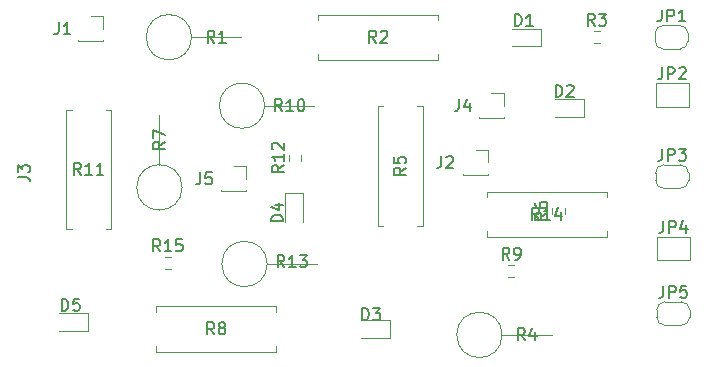
<source format=gbr>
%TF.GenerationSoftware,KiCad,Pcbnew,(6.0.1-0)*%
%TF.CreationDate,2022-08-29T12:54:46-04:00*%
%TF.ProjectId,Practice PCB,50726163-7469-4636-9520-5043422e6b69,rev?*%
%TF.SameCoordinates,Original*%
%TF.FileFunction,Legend,Top*%
%TF.FilePolarity,Positive*%
%FSLAX46Y46*%
G04 Gerber Fmt 4.6, Leading zero omitted, Abs format (unit mm)*
G04 Created by KiCad (PCBNEW (6.0.1-0)) date 2022-08-29 12:54:46*
%MOMM*%
%LPD*%
G01*
G04 APERTURE LIST*
%ADD10C,0.150000*%
%ADD11C,0.120000*%
G04 APERTURE END LIST*
D10*
%TO.C,R5*%
X77052380Y-54666666D02*
X76576190Y-55000000D01*
X77052380Y-55238095D02*
X76052380Y-55238095D01*
X76052380Y-54857142D01*
X76100000Y-54761904D01*
X76147619Y-54714285D01*
X76242857Y-54666666D01*
X76385714Y-54666666D01*
X76480952Y-54714285D01*
X76528571Y-54761904D01*
X76576190Y-54857142D01*
X76576190Y-55238095D01*
X76052380Y-53761904D02*
X76052380Y-54238095D01*
X76528571Y-54285714D01*
X76480952Y-54238095D01*
X76433333Y-54142857D01*
X76433333Y-53904761D01*
X76480952Y-53809523D01*
X76528571Y-53761904D01*
X76623809Y-53714285D01*
X76861904Y-53714285D01*
X76957142Y-53761904D01*
X77004761Y-53809523D01*
X77052380Y-53904761D01*
X77052380Y-54142857D01*
X77004761Y-54238095D01*
X76957142Y-54285714D01*
%TO.C,JP2*%
X98766666Y-46152380D02*
X98766666Y-46866666D01*
X98719047Y-47009523D01*
X98623809Y-47104761D01*
X98480952Y-47152380D01*
X98385714Y-47152380D01*
X99242857Y-47152380D02*
X99242857Y-46152380D01*
X99623809Y-46152380D01*
X99719047Y-46200000D01*
X99766666Y-46247619D01*
X99814285Y-46342857D01*
X99814285Y-46485714D01*
X99766666Y-46580952D01*
X99719047Y-46628571D01*
X99623809Y-46676190D01*
X99242857Y-46676190D01*
X100195238Y-46247619D02*
X100242857Y-46200000D01*
X100338095Y-46152380D01*
X100576190Y-46152380D01*
X100671428Y-46200000D01*
X100719047Y-46247619D01*
X100766666Y-46342857D01*
X100766666Y-46438095D01*
X100719047Y-46580952D01*
X100147619Y-47152380D01*
X100766666Y-47152380D01*
%TO.C,D3*%
X73361904Y-67552380D02*
X73361904Y-66552380D01*
X73600000Y-66552380D01*
X73742857Y-66600000D01*
X73838095Y-66695238D01*
X73885714Y-66790476D01*
X73933333Y-66980952D01*
X73933333Y-67123809D01*
X73885714Y-67314285D01*
X73838095Y-67409523D01*
X73742857Y-67504761D01*
X73600000Y-67552380D01*
X73361904Y-67552380D01*
X74266666Y-66552380D02*
X74885714Y-66552380D01*
X74552380Y-66933333D01*
X74695238Y-66933333D01*
X74790476Y-66980952D01*
X74838095Y-67028571D01*
X74885714Y-67123809D01*
X74885714Y-67361904D01*
X74838095Y-67457142D01*
X74790476Y-67504761D01*
X74695238Y-67552380D01*
X74409523Y-67552380D01*
X74314285Y-67504761D01*
X74266666Y-67457142D01*
%TO.C,D1*%
X86296904Y-42652380D02*
X86296904Y-41652380D01*
X86535000Y-41652380D01*
X86677857Y-41700000D01*
X86773095Y-41795238D01*
X86820714Y-41890476D01*
X86868333Y-42080952D01*
X86868333Y-42223809D01*
X86820714Y-42414285D01*
X86773095Y-42509523D01*
X86677857Y-42604761D01*
X86535000Y-42652380D01*
X86296904Y-42652380D01*
X87820714Y-42652380D02*
X87249285Y-42652380D01*
X87535000Y-42652380D02*
X87535000Y-41652380D01*
X87439761Y-41795238D01*
X87344523Y-41890476D01*
X87249285Y-41938095D01*
%TO.C,R7*%
X56652380Y-52456666D02*
X56176190Y-52790000D01*
X56652380Y-53028095D02*
X55652380Y-53028095D01*
X55652380Y-52647142D01*
X55700000Y-52551904D01*
X55747619Y-52504285D01*
X55842857Y-52456666D01*
X55985714Y-52456666D01*
X56080952Y-52504285D01*
X56128571Y-52551904D01*
X56176190Y-52647142D01*
X56176190Y-53028095D01*
X55652380Y-52123333D02*
X55652380Y-51456666D01*
X56652380Y-51885238D01*
%TO.C,R12*%
X66722380Y-54430357D02*
X66246190Y-54763690D01*
X66722380Y-55001785D02*
X65722380Y-55001785D01*
X65722380Y-54620833D01*
X65770000Y-54525595D01*
X65817619Y-54477976D01*
X65912857Y-54430357D01*
X66055714Y-54430357D01*
X66150952Y-54477976D01*
X66198571Y-54525595D01*
X66246190Y-54620833D01*
X66246190Y-55001785D01*
X66722380Y-53477976D02*
X66722380Y-54049404D01*
X66722380Y-53763690D02*
X65722380Y-53763690D01*
X65865238Y-53858928D01*
X65960476Y-53954166D01*
X66008095Y-54049404D01*
X65817619Y-53097023D02*
X65770000Y-53049404D01*
X65722380Y-52954166D01*
X65722380Y-52716071D01*
X65770000Y-52620833D01*
X65817619Y-52573214D01*
X65912857Y-52525595D01*
X66008095Y-52525595D01*
X66150952Y-52573214D01*
X66722380Y-53144642D01*
X66722380Y-52525595D01*
%TO.C,D4*%
X66652380Y-59200595D02*
X65652380Y-59200595D01*
X65652380Y-58962500D01*
X65700000Y-58819642D01*
X65795238Y-58724404D01*
X65890476Y-58676785D01*
X66080952Y-58629166D01*
X66223809Y-58629166D01*
X66414285Y-58676785D01*
X66509523Y-58724404D01*
X66604761Y-58819642D01*
X66652380Y-58962500D01*
X66652380Y-59200595D01*
X65985714Y-57772023D02*
X66652380Y-57772023D01*
X65604761Y-58010119D02*
X66319047Y-58248214D01*
X66319047Y-57629166D01*
%TO.C,R9*%
X85833333Y-62422380D02*
X85500000Y-61946190D01*
X85261904Y-62422380D02*
X85261904Y-61422380D01*
X85642857Y-61422380D01*
X85738095Y-61470000D01*
X85785714Y-61517619D01*
X85833333Y-61612857D01*
X85833333Y-61755714D01*
X85785714Y-61850952D01*
X85738095Y-61898571D01*
X85642857Y-61946190D01*
X85261904Y-61946190D01*
X86309523Y-62422380D02*
X86500000Y-62422380D01*
X86595238Y-62374761D01*
X86642857Y-62327142D01*
X86738095Y-62184285D01*
X86785714Y-61993809D01*
X86785714Y-61612857D01*
X86738095Y-61517619D01*
X86690476Y-61470000D01*
X86595238Y-61422380D01*
X86404761Y-61422380D01*
X86309523Y-61470000D01*
X86261904Y-61517619D01*
X86214285Y-61612857D01*
X86214285Y-61850952D01*
X86261904Y-61946190D01*
X86309523Y-61993809D01*
X86404761Y-62041428D01*
X86595238Y-62041428D01*
X86690476Y-61993809D01*
X86738095Y-61946190D01*
X86785714Y-61850952D01*
%TO.C,D2*%
X89736904Y-48652380D02*
X89736904Y-47652380D01*
X89975000Y-47652380D01*
X90117857Y-47700000D01*
X90213095Y-47795238D01*
X90260714Y-47890476D01*
X90308333Y-48080952D01*
X90308333Y-48223809D01*
X90260714Y-48414285D01*
X90213095Y-48509523D01*
X90117857Y-48604761D01*
X89975000Y-48652380D01*
X89736904Y-48652380D01*
X90689285Y-47747619D02*
X90736904Y-47700000D01*
X90832142Y-47652380D01*
X91070238Y-47652380D01*
X91165476Y-47700000D01*
X91213095Y-47747619D01*
X91260714Y-47842857D01*
X91260714Y-47938095D01*
X91213095Y-48080952D01*
X90641666Y-48652380D01*
X91260714Y-48652380D01*
%TO.C,R1*%
X60853333Y-44052380D02*
X60520000Y-43576190D01*
X60281904Y-44052380D02*
X60281904Y-43052380D01*
X60662857Y-43052380D01*
X60758095Y-43100000D01*
X60805714Y-43147619D01*
X60853333Y-43242857D01*
X60853333Y-43385714D01*
X60805714Y-43480952D01*
X60758095Y-43528571D01*
X60662857Y-43576190D01*
X60281904Y-43576190D01*
X61805714Y-44052380D02*
X61234285Y-44052380D01*
X61520000Y-44052380D02*
X61520000Y-43052380D01*
X61424761Y-43195238D01*
X61329523Y-43290476D01*
X61234285Y-43338095D01*
%TO.C,R14*%
X88357142Y-59052380D02*
X88023809Y-58576190D01*
X87785714Y-59052380D02*
X87785714Y-58052380D01*
X88166666Y-58052380D01*
X88261904Y-58100000D01*
X88309523Y-58147619D01*
X88357142Y-58242857D01*
X88357142Y-58385714D01*
X88309523Y-58480952D01*
X88261904Y-58528571D01*
X88166666Y-58576190D01*
X87785714Y-58576190D01*
X89309523Y-59052380D02*
X88738095Y-59052380D01*
X89023809Y-59052380D02*
X89023809Y-58052380D01*
X88928571Y-58195238D01*
X88833333Y-58290476D01*
X88738095Y-58338095D01*
X90166666Y-58385714D02*
X90166666Y-59052380D01*
X89928571Y-58004761D02*
X89690476Y-58719047D01*
X90309523Y-58719047D01*
%TO.C,JP3*%
X98766666Y-53052380D02*
X98766666Y-53766666D01*
X98719047Y-53909523D01*
X98623809Y-54004761D01*
X98480952Y-54052380D01*
X98385714Y-54052380D01*
X99242857Y-54052380D02*
X99242857Y-53052380D01*
X99623809Y-53052380D01*
X99719047Y-53100000D01*
X99766666Y-53147619D01*
X99814285Y-53242857D01*
X99814285Y-53385714D01*
X99766666Y-53480952D01*
X99719047Y-53528571D01*
X99623809Y-53576190D01*
X99242857Y-53576190D01*
X100147619Y-53052380D02*
X100766666Y-53052380D01*
X100433333Y-53433333D01*
X100576190Y-53433333D01*
X100671428Y-53480952D01*
X100719047Y-53528571D01*
X100766666Y-53623809D01*
X100766666Y-53861904D01*
X100719047Y-53957142D01*
X100671428Y-54004761D01*
X100576190Y-54052380D01*
X100290476Y-54052380D01*
X100195238Y-54004761D01*
X100147619Y-53957142D01*
%TO.C,R6*%
X89022380Y-58466666D02*
X88546190Y-58800000D01*
X89022380Y-59038095D02*
X88022380Y-59038095D01*
X88022380Y-58657142D01*
X88070000Y-58561904D01*
X88117619Y-58514285D01*
X88212857Y-58466666D01*
X88355714Y-58466666D01*
X88450952Y-58514285D01*
X88498571Y-58561904D01*
X88546190Y-58657142D01*
X88546190Y-59038095D01*
X88022380Y-57609523D02*
X88022380Y-57800000D01*
X88070000Y-57895238D01*
X88117619Y-57942857D01*
X88260476Y-58038095D01*
X88450952Y-58085714D01*
X88831904Y-58085714D01*
X88927142Y-58038095D01*
X88974761Y-57990476D01*
X89022380Y-57895238D01*
X89022380Y-57704761D01*
X88974761Y-57609523D01*
X88927142Y-57561904D01*
X88831904Y-57514285D01*
X88593809Y-57514285D01*
X88498571Y-57561904D01*
X88450952Y-57609523D01*
X88403333Y-57704761D01*
X88403333Y-57895238D01*
X88450952Y-57990476D01*
X88498571Y-58038095D01*
X88593809Y-58085714D01*
%TO.C,R8*%
X60833333Y-68752380D02*
X60500000Y-68276190D01*
X60261904Y-68752380D02*
X60261904Y-67752380D01*
X60642857Y-67752380D01*
X60738095Y-67800000D01*
X60785714Y-67847619D01*
X60833333Y-67942857D01*
X60833333Y-68085714D01*
X60785714Y-68180952D01*
X60738095Y-68228571D01*
X60642857Y-68276190D01*
X60261904Y-68276190D01*
X61404761Y-68180952D02*
X61309523Y-68133333D01*
X61261904Y-68085714D01*
X61214285Y-67990476D01*
X61214285Y-67942857D01*
X61261904Y-67847619D01*
X61309523Y-67800000D01*
X61404761Y-67752380D01*
X61595238Y-67752380D01*
X61690476Y-67800000D01*
X61738095Y-67847619D01*
X61785714Y-67942857D01*
X61785714Y-67990476D01*
X61738095Y-68085714D01*
X61690476Y-68133333D01*
X61595238Y-68180952D01*
X61404761Y-68180952D01*
X61309523Y-68228571D01*
X61261904Y-68276190D01*
X61214285Y-68371428D01*
X61214285Y-68561904D01*
X61261904Y-68657142D01*
X61309523Y-68704761D01*
X61404761Y-68752380D01*
X61595238Y-68752380D01*
X61690476Y-68704761D01*
X61738095Y-68657142D01*
X61785714Y-68561904D01*
X61785714Y-68371428D01*
X61738095Y-68276190D01*
X61690476Y-68228571D01*
X61595238Y-68180952D01*
%TO.C,R13*%
X66777142Y-63052380D02*
X66443809Y-62576190D01*
X66205714Y-63052380D02*
X66205714Y-62052380D01*
X66586666Y-62052380D01*
X66681904Y-62100000D01*
X66729523Y-62147619D01*
X66777142Y-62242857D01*
X66777142Y-62385714D01*
X66729523Y-62480952D01*
X66681904Y-62528571D01*
X66586666Y-62576190D01*
X66205714Y-62576190D01*
X67729523Y-63052380D02*
X67158095Y-63052380D01*
X67443809Y-63052380D02*
X67443809Y-62052380D01*
X67348571Y-62195238D01*
X67253333Y-62290476D01*
X67158095Y-62338095D01*
X68062857Y-62052380D02*
X68681904Y-62052380D01*
X68348571Y-62433333D01*
X68491428Y-62433333D01*
X68586666Y-62480952D01*
X68634285Y-62528571D01*
X68681904Y-62623809D01*
X68681904Y-62861904D01*
X68634285Y-62957142D01*
X68586666Y-63004761D01*
X68491428Y-63052380D01*
X68205714Y-63052380D01*
X68110476Y-63004761D01*
X68062857Y-62957142D01*
%TO.C,R3*%
X93055833Y-42622380D02*
X92722500Y-42146190D01*
X92484404Y-42622380D02*
X92484404Y-41622380D01*
X92865357Y-41622380D01*
X92960595Y-41670000D01*
X93008214Y-41717619D01*
X93055833Y-41812857D01*
X93055833Y-41955714D01*
X93008214Y-42050952D01*
X92960595Y-42098571D01*
X92865357Y-42146190D01*
X92484404Y-42146190D01*
X93389166Y-41622380D02*
X94008214Y-41622380D01*
X93674880Y-42003333D01*
X93817738Y-42003333D01*
X93912976Y-42050952D01*
X93960595Y-42098571D01*
X94008214Y-42193809D01*
X94008214Y-42431904D01*
X93960595Y-42527142D01*
X93912976Y-42574761D01*
X93817738Y-42622380D01*
X93532023Y-42622380D01*
X93436785Y-42574761D01*
X93389166Y-42527142D01*
%TO.C,R15*%
X56257142Y-61722380D02*
X55923809Y-61246190D01*
X55685714Y-61722380D02*
X55685714Y-60722380D01*
X56066666Y-60722380D01*
X56161904Y-60770000D01*
X56209523Y-60817619D01*
X56257142Y-60912857D01*
X56257142Y-61055714D01*
X56209523Y-61150952D01*
X56161904Y-61198571D01*
X56066666Y-61246190D01*
X55685714Y-61246190D01*
X57209523Y-61722380D02*
X56638095Y-61722380D01*
X56923809Y-61722380D02*
X56923809Y-60722380D01*
X56828571Y-60865238D01*
X56733333Y-60960476D01*
X56638095Y-61008095D01*
X58114285Y-60722380D02*
X57638095Y-60722380D01*
X57590476Y-61198571D01*
X57638095Y-61150952D01*
X57733333Y-61103333D01*
X57971428Y-61103333D01*
X58066666Y-61150952D01*
X58114285Y-61198571D01*
X58161904Y-61293809D01*
X58161904Y-61531904D01*
X58114285Y-61627142D01*
X58066666Y-61674761D01*
X57971428Y-61722380D01*
X57733333Y-61722380D01*
X57638095Y-61674761D01*
X57590476Y-61627142D01*
%TO.C,R4*%
X87143333Y-69252380D02*
X86810000Y-68776190D01*
X86571904Y-69252380D02*
X86571904Y-68252380D01*
X86952857Y-68252380D01*
X87048095Y-68300000D01*
X87095714Y-68347619D01*
X87143333Y-68442857D01*
X87143333Y-68585714D01*
X87095714Y-68680952D01*
X87048095Y-68728571D01*
X86952857Y-68776190D01*
X86571904Y-68776190D01*
X88000476Y-68585714D02*
X88000476Y-69252380D01*
X87762380Y-68204761D02*
X87524285Y-68919047D01*
X88143333Y-68919047D01*
%TO.C,R2*%
X74543333Y-44052380D02*
X74210000Y-43576190D01*
X73971904Y-44052380D02*
X73971904Y-43052380D01*
X74352857Y-43052380D01*
X74448095Y-43100000D01*
X74495714Y-43147619D01*
X74543333Y-43242857D01*
X74543333Y-43385714D01*
X74495714Y-43480952D01*
X74448095Y-43528571D01*
X74352857Y-43576190D01*
X73971904Y-43576190D01*
X74924285Y-43147619D02*
X74971904Y-43100000D01*
X75067142Y-43052380D01*
X75305238Y-43052380D01*
X75400476Y-43100000D01*
X75448095Y-43147619D01*
X75495714Y-43242857D01*
X75495714Y-43338095D01*
X75448095Y-43480952D01*
X74876666Y-44052380D01*
X75495714Y-44052380D01*
%TO.C,JP1*%
X98726666Y-41252380D02*
X98726666Y-41966666D01*
X98679047Y-42109523D01*
X98583809Y-42204761D01*
X98440952Y-42252380D01*
X98345714Y-42252380D01*
X99202857Y-42252380D02*
X99202857Y-41252380D01*
X99583809Y-41252380D01*
X99679047Y-41300000D01*
X99726666Y-41347619D01*
X99774285Y-41442857D01*
X99774285Y-41585714D01*
X99726666Y-41680952D01*
X99679047Y-41728571D01*
X99583809Y-41776190D01*
X99202857Y-41776190D01*
X100726666Y-42252380D02*
X100155238Y-42252380D01*
X100440952Y-42252380D02*
X100440952Y-41252380D01*
X100345714Y-41395238D01*
X100250476Y-41490476D01*
X100155238Y-41538095D01*
%TO.C,J4*%
X81566666Y-48852380D02*
X81566666Y-49566666D01*
X81519047Y-49709523D01*
X81423809Y-49804761D01*
X81280952Y-49852380D01*
X81185714Y-49852380D01*
X82471428Y-49185714D02*
X82471428Y-49852380D01*
X82233333Y-48804761D02*
X81995238Y-49519047D01*
X82614285Y-49519047D01*
%TO.C,J3*%
X44202380Y-55433333D02*
X44916666Y-55433333D01*
X45059523Y-55480952D01*
X45154761Y-55576190D01*
X45202380Y-55719047D01*
X45202380Y-55814285D01*
X44202380Y-55052380D02*
X44202380Y-54433333D01*
X44583333Y-54766666D01*
X44583333Y-54623809D01*
X44630952Y-54528571D01*
X44678571Y-54480952D01*
X44773809Y-54433333D01*
X45011904Y-54433333D01*
X45107142Y-54480952D01*
X45154761Y-54528571D01*
X45202380Y-54623809D01*
X45202380Y-54909523D01*
X45154761Y-55004761D01*
X45107142Y-55052380D01*
%TO.C,J5*%
X59656666Y-55052380D02*
X59656666Y-55766666D01*
X59609047Y-55909523D01*
X59513809Y-56004761D01*
X59370952Y-56052380D01*
X59275714Y-56052380D01*
X60609047Y-55052380D02*
X60132857Y-55052380D01*
X60085238Y-55528571D01*
X60132857Y-55480952D01*
X60228095Y-55433333D01*
X60466190Y-55433333D01*
X60561428Y-55480952D01*
X60609047Y-55528571D01*
X60656666Y-55623809D01*
X60656666Y-55861904D01*
X60609047Y-55957142D01*
X60561428Y-56004761D01*
X60466190Y-56052380D01*
X60228095Y-56052380D01*
X60132857Y-56004761D01*
X60085238Y-55957142D01*
%TO.C,J2*%
X80066666Y-53652380D02*
X80066666Y-54366666D01*
X80019047Y-54509523D01*
X79923809Y-54604761D01*
X79780952Y-54652380D01*
X79685714Y-54652380D01*
X80495238Y-53747619D02*
X80542857Y-53700000D01*
X80638095Y-53652380D01*
X80876190Y-53652380D01*
X80971428Y-53700000D01*
X81019047Y-53747619D01*
X81066666Y-53842857D01*
X81066666Y-53938095D01*
X81019047Y-54080952D01*
X80447619Y-54652380D01*
X81066666Y-54652380D01*
%TO.C,J1*%
X47666666Y-42352380D02*
X47666666Y-43066666D01*
X47619047Y-43209523D01*
X47523809Y-43304761D01*
X47380952Y-43352380D01*
X47285714Y-43352380D01*
X48666666Y-43352380D02*
X48095238Y-43352380D01*
X48380952Y-43352380D02*
X48380952Y-42352380D01*
X48285714Y-42495238D01*
X48190476Y-42590476D01*
X48095238Y-42638095D01*
%TO.C,JP4*%
X98866666Y-59152380D02*
X98866666Y-59866666D01*
X98819047Y-60009523D01*
X98723809Y-60104761D01*
X98580952Y-60152380D01*
X98485714Y-60152380D01*
X99342857Y-60152380D02*
X99342857Y-59152380D01*
X99723809Y-59152380D01*
X99819047Y-59200000D01*
X99866666Y-59247619D01*
X99914285Y-59342857D01*
X99914285Y-59485714D01*
X99866666Y-59580952D01*
X99819047Y-59628571D01*
X99723809Y-59676190D01*
X99342857Y-59676190D01*
X100771428Y-59485714D02*
X100771428Y-60152380D01*
X100533333Y-59104761D02*
X100295238Y-59819047D01*
X100914285Y-59819047D01*
%TO.C,R10*%
X66567142Y-49852380D02*
X66233809Y-49376190D01*
X65995714Y-49852380D02*
X65995714Y-48852380D01*
X66376666Y-48852380D01*
X66471904Y-48900000D01*
X66519523Y-48947619D01*
X66567142Y-49042857D01*
X66567142Y-49185714D01*
X66519523Y-49280952D01*
X66471904Y-49328571D01*
X66376666Y-49376190D01*
X65995714Y-49376190D01*
X67519523Y-49852380D02*
X66948095Y-49852380D01*
X67233809Y-49852380D02*
X67233809Y-48852380D01*
X67138571Y-48995238D01*
X67043333Y-49090476D01*
X66948095Y-49138095D01*
X68138571Y-48852380D02*
X68233809Y-48852380D01*
X68329047Y-48900000D01*
X68376666Y-48947619D01*
X68424285Y-49042857D01*
X68471904Y-49233333D01*
X68471904Y-49471428D01*
X68424285Y-49661904D01*
X68376666Y-49757142D01*
X68329047Y-49804761D01*
X68233809Y-49852380D01*
X68138571Y-49852380D01*
X68043333Y-49804761D01*
X67995714Y-49757142D01*
X67948095Y-49661904D01*
X67900476Y-49471428D01*
X67900476Y-49233333D01*
X67948095Y-49042857D01*
X67995714Y-48947619D01*
X68043333Y-48900000D01*
X68138571Y-48852380D01*
%TO.C,D5*%
X47926904Y-66752380D02*
X47926904Y-65752380D01*
X48165000Y-65752380D01*
X48307857Y-65800000D01*
X48403095Y-65895238D01*
X48450714Y-65990476D01*
X48498333Y-66180952D01*
X48498333Y-66323809D01*
X48450714Y-66514285D01*
X48403095Y-66609523D01*
X48307857Y-66704761D01*
X48165000Y-66752380D01*
X47926904Y-66752380D01*
X49403095Y-65752380D02*
X48926904Y-65752380D01*
X48879285Y-66228571D01*
X48926904Y-66180952D01*
X49022142Y-66133333D01*
X49260238Y-66133333D01*
X49355476Y-66180952D01*
X49403095Y-66228571D01*
X49450714Y-66323809D01*
X49450714Y-66561904D01*
X49403095Y-66657142D01*
X49355476Y-66704761D01*
X49260238Y-66752380D01*
X49022142Y-66752380D01*
X48926904Y-66704761D01*
X48879285Y-66657142D01*
%TO.C,JP5*%
X98866666Y-64652380D02*
X98866666Y-65366666D01*
X98819047Y-65509523D01*
X98723809Y-65604761D01*
X98580952Y-65652380D01*
X98485714Y-65652380D01*
X99342857Y-65652380D02*
X99342857Y-64652380D01*
X99723809Y-64652380D01*
X99819047Y-64700000D01*
X99866666Y-64747619D01*
X99914285Y-64842857D01*
X99914285Y-64985714D01*
X99866666Y-65080952D01*
X99819047Y-65128571D01*
X99723809Y-65176190D01*
X99342857Y-65176190D01*
X100819047Y-64652380D02*
X100342857Y-64652380D01*
X100295238Y-65128571D01*
X100342857Y-65080952D01*
X100438095Y-65033333D01*
X100676190Y-65033333D01*
X100771428Y-65080952D01*
X100819047Y-65128571D01*
X100866666Y-65223809D01*
X100866666Y-65461904D01*
X100819047Y-65557142D01*
X100771428Y-65604761D01*
X100676190Y-65652380D01*
X100438095Y-65652380D01*
X100342857Y-65604761D01*
X100295238Y-65557142D01*
%TO.C,R11*%
X49557142Y-55252380D02*
X49223809Y-54776190D01*
X48985714Y-55252380D02*
X48985714Y-54252380D01*
X49366666Y-54252380D01*
X49461904Y-54300000D01*
X49509523Y-54347619D01*
X49557142Y-54442857D01*
X49557142Y-54585714D01*
X49509523Y-54680952D01*
X49461904Y-54728571D01*
X49366666Y-54776190D01*
X48985714Y-54776190D01*
X50509523Y-55252380D02*
X49938095Y-55252380D01*
X50223809Y-55252380D02*
X50223809Y-54252380D01*
X50128571Y-54395238D01*
X50033333Y-54490476D01*
X49938095Y-54538095D01*
X51461904Y-55252380D02*
X50890476Y-55252380D01*
X51176190Y-55252380D02*
X51176190Y-54252380D01*
X51080952Y-54395238D01*
X50985714Y-54490476D01*
X50890476Y-54538095D01*
D11*
%TO.C,R5*%
X78520000Y-59570000D02*
X78520000Y-49430000D01*
X75160000Y-59570000D02*
X74680000Y-59570000D01*
X78040000Y-59570000D02*
X78520000Y-59570000D01*
X74680000Y-59570000D02*
X74680000Y-49430000D01*
X78520000Y-49430000D02*
X78040000Y-49430000D01*
X74680000Y-49430000D02*
X75160000Y-49430000D01*
%TO.C,JP2*%
X101000000Y-49500000D02*
X98200000Y-49500000D01*
X101000000Y-47500000D02*
X101000000Y-49500000D01*
X98200000Y-49500000D02*
X98200000Y-47500000D01*
X98200000Y-47500000D02*
X101000000Y-47500000D01*
%TO.C,D3*%
X75760000Y-69035000D02*
X75760000Y-67565000D01*
X73300000Y-69035000D02*
X75760000Y-69035000D01*
X75760000Y-67565000D02*
X73300000Y-67565000D01*
%TO.C,D1*%
X88495000Y-42865000D02*
X86035000Y-42865000D01*
X86035000Y-44335000D02*
X88495000Y-44335000D01*
X88495000Y-44335000D02*
X88495000Y-42865000D01*
%TO.C,R7*%
X56200000Y-54390000D02*
X56200000Y-50190000D01*
X58120000Y-56310000D02*
G75*
G03*
X58120000Y-56310000I-1920000J0D01*
G01*
%TO.C,R12*%
X68222500Y-54042224D02*
X68222500Y-53532776D01*
X67177500Y-54042224D02*
X67177500Y-53532776D01*
%TO.C,D4*%
X66865000Y-56802500D02*
X66865000Y-59262500D01*
X68335000Y-59262500D02*
X68335000Y-56802500D01*
X68335000Y-56802500D02*
X66865000Y-56802500D01*
%TO.C,R9*%
X85745276Y-62877500D02*
X86254724Y-62877500D01*
X85745276Y-63922500D02*
X86254724Y-63922500D01*
%TO.C,D2*%
X92135000Y-50335000D02*
X92135000Y-48865000D01*
X92135000Y-48865000D02*
X89675000Y-48865000D01*
X89675000Y-50335000D02*
X92135000Y-50335000D01*
%TO.C,R1*%
X58920000Y-43600000D02*
X63120000Y-43600000D01*
X58920000Y-43600000D02*
G75*
G03*
X58920000Y-43600000I-1920000J0D01*
G01*
%TO.C,R14*%
X83930000Y-56680000D02*
X94070000Y-56680000D01*
X83930000Y-60040000D02*
X83930000Y-60520000D01*
X83930000Y-60520000D02*
X94070000Y-60520000D01*
X94070000Y-60520000D02*
X94070000Y-60040000D01*
X83930000Y-57160000D02*
X83930000Y-56680000D01*
X94070000Y-56680000D02*
X94070000Y-57160000D01*
%TO.C,JP3*%
X101000000Y-55100000D02*
X101000000Y-55700000D01*
X100300000Y-56400000D02*
X98900000Y-56400000D01*
X98200000Y-55700000D02*
X98200000Y-55100000D01*
X98900000Y-54400000D02*
X100300000Y-54400000D01*
X98200000Y-55700000D02*
G75*
G03*
X98900000Y-56400000I699999J-1D01*
G01*
X98900000Y-54400000D02*
G75*
G03*
X98200000Y-55100000I-1J-699999D01*
G01*
X101000000Y-55100000D02*
G75*
G03*
X100300000Y-54400000I-699999J1D01*
G01*
X100300000Y-56400000D02*
G75*
G03*
X101000000Y-55700000I1J699999D01*
G01*
%TO.C,R6*%
X90522500Y-58554724D02*
X90522500Y-58045276D01*
X89477500Y-58554724D02*
X89477500Y-58045276D01*
%TO.C,R8*%
X55930000Y-70220000D02*
X66070000Y-70220000D01*
X55930000Y-69740000D02*
X55930000Y-70220000D01*
X55930000Y-66380000D02*
X66070000Y-66380000D01*
X66070000Y-70220000D02*
X66070000Y-69740000D01*
X66070000Y-66380000D02*
X66070000Y-66860000D01*
X55930000Y-66860000D02*
X55930000Y-66380000D01*
%TO.C,R13*%
X65320000Y-62800000D02*
X69520000Y-62800000D01*
X65320000Y-62800000D02*
G75*
G03*
X65320000Y-62800000I-1920000J0D01*
G01*
%TO.C,R3*%
X92967776Y-44122500D02*
X93477224Y-44122500D01*
X92967776Y-43077500D02*
X93477224Y-43077500D01*
%TO.C,R15*%
X56645276Y-62177500D02*
X57154724Y-62177500D01*
X56645276Y-63222500D02*
X57154724Y-63222500D01*
%TO.C,R4*%
X85210000Y-68800000D02*
X89410000Y-68800000D01*
X85210000Y-68800000D02*
G75*
G03*
X85210000Y-68800000I-1920000J0D01*
G01*
%TO.C,R2*%
X69640000Y-42160000D02*
X69640000Y-41680000D01*
X69640000Y-45040000D02*
X69640000Y-45520000D01*
X79780000Y-41680000D02*
X79780000Y-42160000D01*
X69640000Y-41680000D02*
X79780000Y-41680000D01*
X69640000Y-45520000D02*
X79780000Y-45520000D01*
X79780000Y-45520000D02*
X79780000Y-45040000D01*
%TO.C,JP1*%
X100960000Y-43300000D02*
X100960000Y-43900000D01*
X98160000Y-43900000D02*
X98160000Y-43300000D01*
X98860000Y-42600000D02*
X100260000Y-42600000D01*
X100260000Y-44600000D02*
X98860000Y-44600000D01*
X100260000Y-44600000D02*
G75*
G03*
X100960000Y-43900000I1J699999D01*
G01*
X98860000Y-42600000D02*
G75*
G03*
X98160000Y-43300000I-1J-699999D01*
G01*
X100960000Y-43300000D02*
G75*
G03*
X100260000Y-42600000I-699999J1D01*
G01*
X98160000Y-43900000D02*
G75*
G03*
X98860000Y-44600000I699999J-1D01*
G01*
%TO.C,J4*%
X85360000Y-50340000D02*
X85360000Y-50460000D01*
X84300000Y-48340000D02*
X85360000Y-48340000D01*
X85360000Y-48340000D02*
X85360000Y-49400000D01*
X83240000Y-50340000D02*
X83240000Y-50460000D01*
X83240000Y-50460000D02*
X85360000Y-50460000D01*
%TO.C,J5*%
X61440000Y-56540000D02*
X61440000Y-56660000D01*
X63560000Y-56540000D02*
X63560000Y-56660000D01*
X63560000Y-54540000D02*
X63560000Y-55600000D01*
X61440000Y-56660000D02*
X63560000Y-56660000D01*
X62500000Y-54540000D02*
X63560000Y-54540000D01*
%TO.C,J2*%
X81940000Y-55260000D02*
X84060000Y-55260000D01*
X84060000Y-55140000D02*
X84060000Y-55260000D01*
X84060000Y-53140000D02*
X84060000Y-54200000D01*
X81940000Y-55140000D02*
X81940000Y-55260000D01*
X83000000Y-53140000D02*
X84060000Y-53140000D01*
%TO.C,J1*%
X51460000Y-41840000D02*
X51460000Y-42900000D01*
X49340000Y-43840000D02*
X49340000Y-43960000D01*
X50400000Y-41840000D02*
X51460000Y-41840000D01*
X51460000Y-43840000D02*
X51460000Y-43960000D01*
X49340000Y-43960000D02*
X51460000Y-43960000D01*
%TO.C,JP4*%
X101100000Y-62500000D02*
X98300000Y-62500000D01*
X101100000Y-60500000D02*
X101100000Y-62500000D01*
X98300000Y-60500000D02*
X101100000Y-60500000D01*
X98300000Y-62500000D02*
X98300000Y-60500000D01*
%TO.C,R10*%
X65110000Y-49400000D02*
X69310000Y-49400000D01*
X65110000Y-49400000D02*
G75*
G03*
X65110000Y-49400000I-1920000J0D01*
G01*
%TO.C,D5*%
X47700000Y-68435000D02*
X50160000Y-68435000D01*
X50160000Y-68435000D02*
X50160000Y-66965000D01*
X50160000Y-66965000D02*
X47700000Y-66965000D01*
%TO.C,JP5*%
X99000000Y-66000000D02*
X100400000Y-66000000D01*
X98300000Y-67300000D02*
X98300000Y-66700000D01*
X100400000Y-68000000D02*
X99000000Y-68000000D01*
X101100000Y-66700000D02*
X101100000Y-67300000D01*
X100400000Y-68000000D02*
G75*
G03*
X101100000Y-67300000I1J699999D01*
G01*
X101100000Y-66700000D02*
G75*
G03*
X100400000Y-66000000I-699999J1D01*
G01*
X99000000Y-66000000D02*
G75*
G03*
X98300000Y-66700000I-1J-699999D01*
G01*
X98300000Y-67300000D02*
G75*
G03*
X99000000Y-68000000I699999J-1D01*
G01*
%TO.C,R11*%
X52120000Y-49730000D02*
X51640000Y-49730000D01*
X48280000Y-59870000D02*
X48280000Y-49730000D01*
X48760000Y-59870000D02*
X48280000Y-59870000D01*
X52120000Y-59870000D02*
X52120000Y-49730000D01*
X51640000Y-59870000D02*
X52120000Y-59870000D01*
X48280000Y-49730000D02*
X48760000Y-49730000D01*
%TD*%
M02*

</source>
